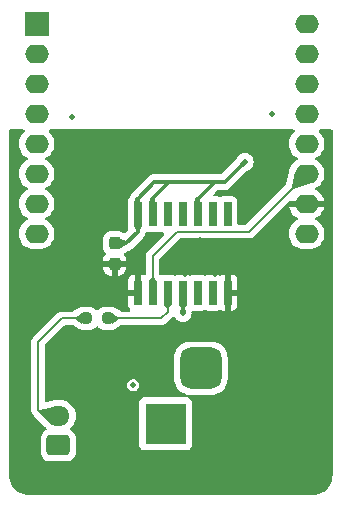
<source format=gbr>
%TF.GenerationSoftware,KiCad,Pcbnew,7.0.11-2.fc38*%
%TF.CreationDate,2024-04-05T10:11:14+02:00*%
%TF.ProjectId,WLED_Board,574c4544-5f42-46f6-9172-642e6b696361,rev?*%
%TF.SameCoordinates,Original*%
%TF.FileFunction,Copper,L1,Top*%
%TF.FilePolarity,Positive*%
%FSLAX46Y46*%
G04 Gerber Fmt 4.6, Leading zero omitted, Abs format (unit mm)*
G04 Created by KiCad (PCBNEW 7.0.11-2.fc38) date 2024-04-05 10:11:14*
%MOMM*%
%LPD*%
G01*
G04 APERTURE LIST*
G04 Aperture macros list*
%AMRoundRect*
0 Rectangle with rounded corners*
0 $1 Rounding radius*
0 $2 $3 $4 $5 $6 $7 $8 $9 X,Y pos of 4 corners*
0 Add a 4 corners polygon primitive as box body*
4,1,4,$2,$3,$4,$5,$6,$7,$8,$9,$2,$3,0*
0 Add four circle primitives for the rounded corners*
1,1,$1+$1,$2,$3*
1,1,$1+$1,$4,$5*
1,1,$1+$1,$6,$7*
1,1,$1+$1,$8,$9*
0 Add four rect primitives between the rounded corners*
20,1,$1+$1,$2,$3,$4,$5,0*
20,1,$1+$1,$4,$5,$6,$7,0*
20,1,$1+$1,$6,$7,$8,$9,0*
20,1,$1+$1,$8,$9,$2,$3,0*%
G04 Aperture macros list end*
%TA.AperFunction,SMDPad,CuDef*%
%ADD10C,0.500000*%
%TD*%
%TA.AperFunction,SMDPad,CuDef*%
%ADD11RoundRect,0.237500X0.237500X-0.300000X0.237500X0.300000X-0.237500X0.300000X-0.237500X-0.300000X0*%
%TD*%
%TA.AperFunction,SMDPad,CuDef*%
%ADD12R,0.660400X2.032000*%
%TD*%
%TA.AperFunction,ComponentPad*%
%ADD13R,2.000000X2.000000*%
%TD*%
%TA.AperFunction,ComponentPad*%
%ADD14O,2.000000X1.600000*%
%TD*%
%TA.AperFunction,ComponentPad*%
%ADD15RoundRect,0.250000X0.725000X-0.600000X0.725000X0.600000X-0.725000X0.600000X-0.725000X-0.600000X0*%
%TD*%
%TA.AperFunction,ComponentPad*%
%ADD16O,1.950000X1.700000*%
%TD*%
%TA.AperFunction,SMDPad,CuDef*%
%ADD17RoundRect,0.237500X0.250000X0.237500X-0.250000X0.237500X-0.250000X-0.237500X0.250000X-0.237500X0*%
%TD*%
%TA.AperFunction,ComponentPad*%
%ADD18R,3.500000X3.500000*%
%TD*%
%TA.AperFunction,ComponentPad*%
%ADD19RoundRect,0.750000X0.750000X1.000000X-0.750000X1.000000X-0.750000X-1.000000X0.750000X-1.000000X0*%
%TD*%
%TA.AperFunction,ComponentPad*%
%ADD20RoundRect,0.875000X0.875000X0.875000X-0.875000X0.875000X-0.875000X-0.875000X0.875000X-0.875000X0*%
%TD*%
%TA.AperFunction,ViaPad*%
%ADD21C,0.500000*%
%TD*%
%TA.AperFunction,ViaPad*%
%ADD22C,0.600000*%
%TD*%
%TA.AperFunction,Conductor*%
%ADD23C,0.340000*%
%TD*%
%TA.AperFunction,Conductor*%
%ADD24C,0.150000*%
%TD*%
G04 APERTURE END LIST*
D10*
%TO.P,FID1,*%
%TO.N,*%
X104049999Y-95900000D03*
%TD*%
D11*
%TO.P,C4,1*%
%TO.N,GND*%
X90749999Y-108612500D03*
%TO.P,C4,2*%
%TO.N,+5V*%
X90749999Y-106887500D03*
%TD*%
D10*
%TO.P,FID2,*%
%TO.N,*%
X87149999Y-96200000D03*
%TD*%
D12*
%TO.P,IC1,1,1OE*%
%TO.N,GND*%
X92689572Y-111064700D03*
%TO.P,IC1,2,1A*%
%TO.N,D1_data*%
X93959572Y-111064700D03*
%TO.P,IC1,3,1Y*%
%TO.N,LED_data*%
X95229572Y-111064700D03*
%TO.P,IC1,4,2OE*%
%TO.N,+5V*%
X96499572Y-111064700D03*
%TO.P,IC1,5,2A*%
%TO.N,unconnected-(IC1-2A-Pad5)*%
X97769572Y-111064700D03*
%TO.P,IC1,6,2Y*%
%TO.N,unconnected-(IC1-2Y-Pad6)*%
X99039572Y-111064700D03*
%TO.P,IC1,7,GND*%
%TO.N,GND*%
X100309572Y-111064700D03*
%TO.P,IC1,8,3Y*%
%TO.N,unconnected-(IC1-3Y-Pad8)*%
X100309572Y-104435300D03*
%TO.P,IC1,9,3A*%
%TO.N,unconnected-(IC1-3A-Pad9)*%
X99039572Y-104435300D03*
%TO.P,IC1,10,3OE*%
%TO.N,+5V*%
X97769572Y-104435300D03*
%TO.P,IC1,11,4Y*%
%TO.N,unconnected-(IC1-4Y-Pad11)*%
X96499572Y-104435300D03*
%TO.P,IC1,12,4A*%
%TO.N,unconnected-(IC1-4A-Pad12)*%
X95229572Y-104435300D03*
%TO.P,IC1,13,4OE*%
%TO.N,+5V*%
X93959572Y-104435300D03*
%TO.P,IC1,14,VCC*%
X92689572Y-104435300D03*
%TD*%
D13*
%TO.P,U2,1,~{RST}*%
%TO.N,unconnected-(U2-~{RST}-Pad1)*%
X84140000Y-88300000D03*
D14*
%TO.P,U2,2,A0*%
%TO.N,unconnected-(U2-A0-Pad2)*%
X84140000Y-90840000D03*
%TO.P,U2,3,D0*%
%TO.N,unconnected-(U2-D0-Pad3)*%
X84140000Y-93380000D03*
%TO.P,U2,4,SCK/D5*%
%TO.N,unconnected-(U2-SCK{slash}D5-Pad4)*%
X84140000Y-95920000D03*
%TO.P,U2,5,MISO/D6*%
%TO.N,unconnected-(U2-MISO{slash}D6-Pad5)*%
X84140000Y-98460000D03*
%TO.P,U2,6,MOSI/D7*%
%TO.N,unconnected-(U2-MOSI{slash}D7-Pad6)*%
X84140000Y-101000000D03*
%TO.P,U2,7,CS/D8*%
%TO.N,D1_Relay*%
X84140000Y-103540000D03*
%TO.P,U2,8,3V3*%
%TO.N,unconnected-(U2-3V3-Pad8)*%
X84140000Y-106080000D03*
%TO.P,U2,9,5V*%
%TO.N,+5V*%
X107000000Y-106080000D03*
%TO.P,U2,10,GND*%
%TO.N,GND*%
X107000000Y-103540000D03*
%TO.P,U2,11,D4*%
%TO.N,D1_data*%
X107000000Y-101000000D03*
%TO.P,U2,12,D3*%
%TO.N,unconnected-(U2-D3-Pad12)*%
X107000000Y-98460000D03*
%TO.P,U2,13,SDA/D2*%
%TO.N,unconnected-(U2-SDA{slash}D2-Pad13)*%
X107000000Y-95920000D03*
%TO.P,U2,14,SCL/D1*%
%TO.N,unconnected-(U2-SCL{slash}D1-Pad14)*%
X107000000Y-93380000D03*
%TO.P,U2,15,RX*%
%TO.N,unconnected-(U2-RX-Pad15)*%
X107000000Y-90840000D03*
%TO.P,U2,16,TX*%
%TO.N,unconnected-(U2-TX-Pad16)*%
X107000000Y-88300000D03*
%TD*%
D15*
%TO.P,J1,1,Pin_1*%
%TO.N,12V_switched*%
X85975000Y-124000000D03*
D16*
%TO.P,J1,2,Pin_2*%
%TO.N,/DATA_OUT*%
X85975000Y-121500000D03*
%TO.P,J1,3,Pin_3*%
%TO.N,GND*%
X85975000Y-119000000D03*
%TD*%
D17*
%TO.P,R3,1*%
%TO.N,LED_data*%
X90162499Y-113250000D03*
%TO.P,R3,2*%
%TO.N,/DATA_OUT*%
X88337499Y-113250000D03*
%TD*%
D18*
%TO.P,J2,1*%
%TO.N,+12V*%
X95049999Y-122157500D03*
D19*
%TO.P,J2,2*%
%TO.N,GND*%
X101049999Y-122157500D03*
D20*
%TO.P,J2,3*%
%TO.N,N/C*%
X98049999Y-117457500D03*
%TD*%
D10*
%TO.P,FID3,*%
%TO.N,*%
X92299999Y-118900000D03*
%TD*%
D21*
%TO.N,GND*%
X98499999Y-125950000D03*
X82099999Y-113150000D03*
X95599999Y-97950000D03*
X108849999Y-111300000D03*
X108649999Y-126800000D03*
X91499999Y-112250000D03*
X89449999Y-97950000D03*
X102249999Y-112000000D03*
X94549999Y-127800000D03*
X108849999Y-112950000D03*
X86499999Y-105250000D03*
X108899999Y-114750000D03*
X104499999Y-114500000D03*
X102049999Y-118850000D03*
X91049999Y-97950000D03*
X82149999Y-118750000D03*
X89999999Y-101000000D03*
X88249999Y-117950000D03*
X84799999Y-127800000D03*
X101049999Y-127900000D03*
X106649999Y-126350000D03*
X82099999Y-102700000D03*
X104649999Y-121850000D03*
D22*
X92199999Y-108900000D03*
X86799999Y-112000000D03*
D21*
X108849999Y-124300000D03*
X94199999Y-97950000D03*
X98249999Y-97950000D03*
X102399999Y-127900000D03*
X82099999Y-109900000D03*
X82249999Y-125250000D03*
X87049999Y-116850000D03*
X108899999Y-103350000D03*
X106599999Y-117950000D03*
X92799999Y-97950000D03*
X104499999Y-126350000D03*
X102099999Y-97950000D03*
X82099999Y-111450000D03*
X108849999Y-107550000D03*
X94999999Y-126000000D03*
X106599999Y-120950000D03*
X88649999Y-121150000D03*
X87799999Y-127800000D03*
X107649999Y-127750000D03*
X108849999Y-120550000D03*
X90649999Y-127800000D03*
X82099999Y-114850000D03*
X103699999Y-127900000D03*
X101749999Y-99000000D03*
X98399999Y-127850000D03*
X95499999Y-113750000D03*
X108849999Y-116400000D03*
X108899999Y-97850000D03*
X87999999Y-102250000D03*
X82399999Y-126850000D03*
X86499999Y-107750000D03*
X106599999Y-109400000D03*
X101499999Y-125750000D03*
X105049999Y-127950000D03*
X82149999Y-101050000D03*
X82149999Y-98100000D03*
X87849999Y-97950000D03*
X89349999Y-127800000D03*
X101899999Y-115050000D03*
X108849999Y-123050000D03*
X100399999Y-107500000D03*
X108849999Y-117700000D03*
X84049999Y-111800000D03*
X85299999Y-110250000D03*
X106599999Y-115050000D03*
X108849999Y-125550000D03*
X82149999Y-104500000D03*
X86299999Y-127800000D03*
X82099999Y-106450000D03*
X84099999Y-108750000D03*
X87999999Y-100000000D03*
X91249999Y-102250000D03*
X99699999Y-127900000D03*
X108899999Y-101700000D03*
X82149999Y-99600000D03*
X91399999Y-125900000D03*
X103249999Y-97950000D03*
X104449999Y-118250000D03*
X108849999Y-109350000D03*
X97999999Y-106600000D03*
X88849999Y-123700000D03*
X83349999Y-127750000D03*
X99549999Y-97950000D03*
X108849999Y-121850000D03*
X92499999Y-100000000D03*
X108849999Y-100100000D03*
X106449999Y-127950000D03*
X86599999Y-97900000D03*
X82099999Y-108200000D03*
X96699999Y-109500000D03*
X87249999Y-109750000D03*
X108899999Y-105550000D03*
X88899999Y-125850000D03*
X91899999Y-127800000D03*
X93249999Y-127800000D03*
X82099999Y-120700000D03*
X98299999Y-122100000D03*
X95849999Y-127800000D03*
D22*
X88750000Y-105800000D03*
D21*
X82149999Y-117050000D03*
X108849999Y-119200000D03*
X104549999Y-119950000D03*
X93249999Y-107000000D03*
X104549999Y-124050000D03*
X99199999Y-109500000D03*
X101999999Y-116900000D03*
X97149999Y-127800000D03*
X82099999Y-122800000D03*
X104399999Y-97950000D03*
X96999999Y-97950000D03*
X106549999Y-112200000D03*
D22*
X100299999Y-112800000D03*
D21*
X97999999Y-108400000D03*
X106699999Y-123750000D03*
X94499999Y-106250000D03*
X100849999Y-97950000D03*
X104499999Y-115500000D03*
X90999999Y-110250000D03*
X89499999Y-104000000D03*
%TO.N,+5V*%
X96499999Y-112800000D03*
X101749999Y-100000000D03*
%TD*%
D23*
%TO.N,GND*%
X91912499Y-108612500D02*
X92199999Y-108900000D01*
X92199999Y-108900000D02*
X92689572Y-109389573D01*
X90749999Y-108612500D02*
X91912499Y-108612500D01*
X100309572Y-112790427D02*
X100299999Y-112800000D01*
X92689572Y-109389573D02*
X92689572Y-111064700D01*
X100309572Y-111064700D02*
X100309572Y-112790427D01*
%TO.N,+5V*%
X99199999Y-101700000D02*
X95349999Y-101700000D01*
X93959572Y-103090427D02*
X95349999Y-101700000D01*
X100049999Y-101700000D02*
X99199999Y-101700000D01*
X91712499Y-106887500D02*
X92689572Y-105910427D01*
X101749999Y-100000000D02*
X100049999Y-101700000D01*
X92689572Y-105910427D02*
X92689572Y-104435300D01*
X96499572Y-112799573D02*
X96499999Y-112800000D01*
X95349999Y-101700000D02*
X94099999Y-101700000D01*
X94099999Y-101700000D02*
X92689572Y-103110427D01*
X97769572Y-104435300D02*
X97769572Y-103130427D01*
X97769572Y-103130427D02*
X99199999Y-101700000D01*
X90749999Y-106887500D02*
X91712499Y-106887500D01*
X92689572Y-103110427D02*
X92689572Y-104435300D01*
X96499572Y-111064700D02*
X96499572Y-112799573D01*
X93959572Y-104435300D02*
X93959572Y-103090427D01*
D24*
%TO.N,/DATA_OUT*%
X88337499Y-113250000D02*
X86249999Y-113250000D01*
X84749999Y-121500000D02*
X85975000Y-121500000D01*
X84249999Y-121000000D02*
X84749999Y-121500000D01*
X86249999Y-113250000D02*
X84249999Y-115250000D01*
X84249999Y-115250000D02*
X84249999Y-121000000D01*
%TO.N,LED_data*%
X90162499Y-113250000D02*
X94699999Y-113250000D01*
X94699999Y-113250000D02*
X95229572Y-112720427D01*
X95229572Y-112720427D02*
X95229572Y-111064700D01*
%TO.N,D1_data*%
X102100000Y-105900000D02*
X95999999Y-105900000D01*
X95999999Y-105900000D02*
X93959572Y-107940427D01*
X93959572Y-107940427D02*
X93959572Y-111064700D01*
X107000000Y-101000000D02*
X102100000Y-105900000D01*
%TD*%
%TA.AperFunction,Conductor*%
%TO.N,+5V*%
G36*
X91153316Y-106417141D02*
G01*
X91693933Y-106714167D01*
X91699534Y-106721154D01*
X91699999Y-106724421D01*
X91699999Y-107050578D01*
X91696572Y-107058851D01*
X91693933Y-107060832D01*
X91153318Y-107357857D01*
X91144417Y-107358838D01*
X91138696Y-107355094D01*
X90755242Y-106894991D01*
X90752578Y-106886441D01*
X90755242Y-106880009D01*
X90893456Y-106714167D01*
X91138697Y-106419904D01*
X91146625Y-106415744D01*
X91153316Y-106417141D01*
G37*
%TD.AperFunction*%
%TD*%
%TA.AperFunction,Conductor*%
%TO.N,+5V*%
G36*
X96509996Y-111096272D02*
G01*
X96510700Y-111097973D01*
X96828316Y-112076218D01*
X96827715Y-112084938D01*
X96672771Y-112404307D01*
X96666076Y-112410255D01*
X96662244Y-112410900D01*
X96336900Y-112410900D01*
X96328627Y-112407473D01*
X96326373Y-112404307D01*
X96171428Y-112084938D01*
X96170827Y-112076218D01*
X96488444Y-111097973D01*
X96494258Y-111091162D01*
X96503185Y-111090458D01*
X96509996Y-111096272D01*
G37*
%TD.AperFunction*%
%TD*%
%TA.AperFunction,Conductor*%
%TO.N,+5V*%
G36*
X97687030Y-102990308D02*
G01*
X97690108Y-102992518D01*
X97918816Y-103221226D01*
X97919181Y-103221608D01*
X98095175Y-103414268D01*
X98098225Y-103422686D01*
X98097663Y-103425779D01*
X97780400Y-104400564D01*
X97774581Y-104407370D01*
X97765653Y-104408069D01*
X97758847Y-104402250D01*
X97758075Y-104400330D01*
X97462719Y-103423732D01*
X97463434Y-103415151D01*
X97671352Y-102995595D01*
X97678096Y-102989705D01*
X97687030Y-102990308D01*
G37*
%TD.AperFunction*%
%TD*%
%TA.AperFunction,Conductor*%
%TO.N,D1_data*%
G36*
X94037101Y-109721927D02*
G01*
X94038085Y-109723045D01*
X94285992Y-110043809D01*
X94288340Y-110052451D01*
X94287863Y-110054577D01*
X93970700Y-111031426D01*
X93964886Y-111038237D01*
X93955959Y-111038941D01*
X93949148Y-111033127D01*
X93948444Y-111031426D01*
X93631280Y-110054577D01*
X93631984Y-110045650D01*
X93633146Y-110043816D01*
X93881059Y-109723044D01*
X93888829Y-109718595D01*
X93890316Y-109718500D01*
X94028828Y-109718500D01*
X94037101Y-109721927D01*
G37*
%TD.AperFunction*%
%TD*%
%TA.AperFunction,Conductor*%
%TO.N,+5V*%
G36*
X101616893Y-99866852D02*
G01*
X101617494Y-99867407D01*
X101750664Y-99999252D01*
X101750746Y-99999334D01*
X101882591Y-100132504D01*
X101885977Y-100140794D01*
X101882509Y-100149050D01*
X101881908Y-100149605D01*
X101595593Y-100395970D01*
X101587087Y-100398768D01*
X101579689Y-100395374D01*
X101354624Y-100170309D01*
X101351197Y-100162036D01*
X101354026Y-100154408D01*
X101600394Y-99868089D01*
X101608387Y-99864054D01*
X101616893Y-99866852D01*
G37*
%TD.AperFunction*%
%TD*%
%TA.AperFunction,Conductor*%
%TO.N,/DATA_OUT*%
G36*
X88003008Y-112801627D02*
G01*
X88333254Y-113242991D01*
X88335467Y-113251668D01*
X88333254Y-113257009D01*
X88003008Y-113698372D01*
X87995308Y-113702944D01*
X87987515Y-113701332D01*
X87982697Y-113698372D01*
X87380574Y-113328425D01*
X87375319Y-113321174D01*
X87374999Y-113318456D01*
X87374999Y-113181543D01*
X87378426Y-113173270D01*
X87380569Y-113171577D01*
X87987517Y-112798666D01*
X87996358Y-112797256D01*
X88003008Y-112801627D01*
G37*
%TD.AperFunction*%
%TD*%
%TA.AperFunction,Conductor*%
%TO.N,+5V*%
G36*
X92592908Y-102984531D02*
G01*
X92596106Y-102986800D01*
X92824767Y-103215461D01*
X92824948Y-103215646D01*
X93014934Y-103414243D01*
X93018177Y-103422590D01*
X93017606Y-103425952D01*
X92700208Y-104401155D01*
X92694389Y-104407961D01*
X92685461Y-104408660D01*
X92678655Y-104402841D01*
X92677916Y-104401029D01*
X92371994Y-103423707D01*
X92372617Y-103415139D01*
X92577291Y-102989997D01*
X92583967Y-102984030D01*
X92592908Y-102984531D01*
G37*
%TD.AperFunction*%
%TD*%
%TA.AperFunction,Conductor*%
%TO.N,+5V*%
G36*
X96667877Y-112303512D02*
G01*
X96671155Y-112309927D01*
X96747826Y-112786496D01*
X96745757Y-112795208D01*
X96738133Y-112799905D01*
X96736322Y-112800054D01*
X96500046Y-112800999D01*
X96499952Y-112800999D01*
X96263653Y-112800054D01*
X96255394Y-112796594D01*
X96252000Y-112788307D01*
X96252145Y-112786515D01*
X96328002Y-112309946D01*
X96332687Y-112302314D01*
X96339557Y-112300085D01*
X96659604Y-112300085D01*
X96667877Y-112303512D01*
G37*
%TD.AperFunction*%
%TD*%
%TA.AperFunction,Conductor*%
%TO.N,GND*%
G36*
X83078490Y-97269685D02*
G01*
X83124245Y-97322489D01*
X83134189Y-97391647D01*
X83105164Y-97455203D01*
X83099132Y-97461681D01*
X82939954Y-97620858D01*
X82809432Y-97807265D01*
X82809431Y-97807267D01*
X82713261Y-98013502D01*
X82713258Y-98013511D01*
X82654366Y-98233302D01*
X82654364Y-98233313D01*
X82634532Y-98459998D01*
X82634532Y-98460001D01*
X82654364Y-98686686D01*
X82654366Y-98686697D01*
X82713258Y-98906488D01*
X82713261Y-98906497D01*
X82809431Y-99112732D01*
X82809432Y-99112734D01*
X82939954Y-99299141D01*
X83100858Y-99460045D01*
X83100861Y-99460047D01*
X83287266Y-99590568D01*
X83345275Y-99617618D01*
X83397714Y-99663791D01*
X83416866Y-99730984D01*
X83396650Y-99797865D01*
X83345275Y-99842382D01*
X83287267Y-99869431D01*
X83287265Y-99869432D01*
X83100858Y-99999954D01*
X82939954Y-100160858D01*
X82809432Y-100347265D01*
X82809431Y-100347267D01*
X82713261Y-100553502D01*
X82713258Y-100553511D01*
X82654366Y-100773302D01*
X82654364Y-100773313D01*
X82634532Y-100999998D01*
X82634532Y-101000001D01*
X82654364Y-101226686D01*
X82654366Y-101226697D01*
X82713258Y-101446488D01*
X82713261Y-101446497D01*
X82809431Y-101652732D01*
X82809432Y-101652734D01*
X82939954Y-101839141D01*
X83100858Y-102000045D01*
X83100861Y-102000047D01*
X83287266Y-102130568D01*
X83344224Y-102157128D01*
X83345275Y-102157618D01*
X83397714Y-102203791D01*
X83416866Y-102270984D01*
X83396650Y-102337865D01*
X83345275Y-102382382D01*
X83287267Y-102409431D01*
X83287265Y-102409432D01*
X83100858Y-102539954D01*
X82939954Y-102700858D01*
X82809432Y-102887265D01*
X82809431Y-102887267D01*
X82713261Y-103093502D01*
X82713258Y-103093511D01*
X82654366Y-103313302D01*
X82654364Y-103313313D01*
X82634532Y-103539998D01*
X82634532Y-103540001D01*
X82654364Y-103766686D01*
X82654366Y-103766697D01*
X82713258Y-103986488D01*
X82713261Y-103986497D01*
X82809431Y-104192732D01*
X82809432Y-104192734D01*
X82939954Y-104379141D01*
X83100858Y-104540045D01*
X83100861Y-104540047D01*
X83287266Y-104670568D01*
X83344681Y-104697341D01*
X83345275Y-104697618D01*
X83397714Y-104743791D01*
X83416866Y-104810984D01*
X83396650Y-104877865D01*
X83345275Y-104922382D01*
X83287267Y-104949431D01*
X83287265Y-104949432D01*
X83100858Y-105079954D01*
X82939954Y-105240858D01*
X82809432Y-105427265D01*
X82809431Y-105427267D01*
X82713261Y-105633502D01*
X82713258Y-105633511D01*
X82654366Y-105853302D01*
X82654364Y-105853313D01*
X82634532Y-106079998D01*
X82634532Y-106080001D01*
X82654364Y-106306686D01*
X82654366Y-106306697D01*
X82713258Y-106526488D01*
X82713261Y-106526497D01*
X82809431Y-106732732D01*
X82809432Y-106732734D01*
X82939954Y-106919141D01*
X83100858Y-107080045D01*
X83100861Y-107080047D01*
X83287266Y-107210568D01*
X83493504Y-107306739D01*
X83713308Y-107365635D01*
X83883214Y-107380499D01*
X83883215Y-107380500D01*
X83883216Y-107380500D01*
X84396785Y-107380500D01*
X84396785Y-107380499D01*
X84566692Y-107365635D01*
X84786496Y-107306739D01*
X84992734Y-107210568D01*
X85179139Y-107080047D01*
X85340047Y-106919139D01*
X85470568Y-106732734D01*
X85566739Y-106526496D01*
X85625635Y-106306692D01*
X85645468Y-106080000D01*
X85625635Y-105853308D01*
X85572900Y-105656496D01*
X85566741Y-105633511D01*
X85566738Y-105633502D01*
X85524998Y-105543991D01*
X85470568Y-105427266D01*
X85340047Y-105240861D01*
X85340045Y-105240858D01*
X85179141Y-105079954D01*
X84992734Y-104949432D01*
X84992728Y-104949429D01*
X84934725Y-104922382D01*
X84882285Y-104876210D01*
X84863133Y-104809017D01*
X84883348Y-104742135D01*
X84934725Y-104697618D01*
X84935319Y-104697341D01*
X84992734Y-104670568D01*
X85179139Y-104540047D01*
X85340047Y-104379139D01*
X85470568Y-104192734D01*
X85566739Y-103986496D01*
X85625635Y-103766692D01*
X85645468Y-103540000D01*
X85625635Y-103313308D01*
X85566739Y-103093504D01*
X85470568Y-102887266D01*
X85340047Y-102700861D01*
X85340045Y-102700858D01*
X85179141Y-102539954D01*
X84992734Y-102409432D01*
X84992728Y-102409429D01*
X84934725Y-102382382D01*
X84882285Y-102336210D01*
X84863133Y-102269017D01*
X84883348Y-102202135D01*
X84934725Y-102157618D01*
X84935776Y-102157128D01*
X84992734Y-102130568D01*
X85179139Y-102000047D01*
X85340047Y-101839139D01*
X85470568Y-101652734D01*
X85566739Y-101446496D01*
X85625635Y-101226692D01*
X85645468Y-101000000D01*
X85644871Y-100993181D01*
X85639801Y-100935230D01*
X85625635Y-100773308D01*
X85566739Y-100553504D01*
X85470568Y-100347266D01*
X85340047Y-100160861D01*
X85340045Y-100160858D01*
X85179141Y-99999954D01*
X84992734Y-99869432D01*
X84992728Y-99869429D01*
X84959370Y-99853874D01*
X84934724Y-99842381D01*
X84882285Y-99796210D01*
X84863133Y-99729017D01*
X84883348Y-99662135D01*
X84934725Y-99617618D01*
X84992734Y-99590568D01*
X85179139Y-99460047D01*
X85340047Y-99299139D01*
X85470568Y-99112734D01*
X85566739Y-98906496D01*
X85625635Y-98686692D01*
X85645468Y-98460000D01*
X85625635Y-98233308D01*
X85566739Y-98013504D01*
X85470568Y-97807266D01*
X85340047Y-97620861D01*
X85340045Y-97620858D01*
X85180868Y-97461681D01*
X85147383Y-97400358D01*
X85152367Y-97330666D01*
X85194239Y-97274733D01*
X85259703Y-97250316D01*
X85268549Y-97250000D01*
X105871451Y-97250000D01*
X105938490Y-97269685D01*
X105984245Y-97322489D01*
X105994189Y-97391647D01*
X105965164Y-97455203D01*
X105959132Y-97461681D01*
X105799954Y-97620858D01*
X105669432Y-97807265D01*
X105669431Y-97807267D01*
X105573261Y-98013502D01*
X105573258Y-98013511D01*
X105514366Y-98233302D01*
X105514364Y-98233313D01*
X105494532Y-98459998D01*
X105494532Y-98460001D01*
X105514364Y-98686686D01*
X105514366Y-98686697D01*
X105573258Y-98906488D01*
X105573261Y-98906497D01*
X105669431Y-99112732D01*
X105669432Y-99112734D01*
X105799954Y-99299141D01*
X105960858Y-99460045D01*
X105960861Y-99460047D01*
X106147266Y-99590568D01*
X106205275Y-99617618D01*
X106257714Y-99663791D01*
X106276866Y-99730984D01*
X106256650Y-99797865D01*
X106205275Y-99842382D01*
X106147267Y-99869431D01*
X106147265Y-99869432D01*
X105960858Y-99999954D01*
X105799954Y-100160858D01*
X105669432Y-100347265D01*
X105669431Y-100347267D01*
X105573261Y-100553502D01*
X105573258Y-100553511D01*
X105514366Y-100773302D01*
X105514364Y-100773312D01*
X105506009Y-100868816D01*
X105503465Y-100885191D01*
X105280243Y-101878680D01*
X105246940Y-101939178D01*
X101897939Y-105288181D01*
X101836616Y-105321666D01*
X101810258Y-105324500D01*
X101264272Y-105324500D01*
X101197233Y-105304815D01*
X101151478Y-105252011D01*
X101140272Y-105200500D01*
X101140271Y-103371429D01*
X101140270Y-103371423D01*
X101140269Y-103371416D01*
X101133863Y-103311817D01*
X101125725Y-103289999D01*
X101083569Y-103176971D01*
X101083565Y-103176964D01*
X100997319Y-103061755D01*
X100997316Y-103061752D01*
X100882107Y-102975506D01*
X100882100Y-102975502D01*
X100747258Y-102925210D01*
X100747257Y-102925209D01*
X100747255Y-102925209D01*
X100687645Y-102918800D01*
X100687635Y-102918800D01*
X99931501Y-102918800D01*
X99931495Y-102918801D01*
X99871888Y-102925208D01*
X99737036Y-102975505D01*
X99733995Y-102977166D01*
X99730609Y-102977902D01*
X99728731Y-102978603D01*
X99728630Y-102978332D01*
X99665722Y-102992016D01*
X99615149Y-102977166D01*
X99612107Y-102975505D01*
X99477254Y-102925208D01*
X99477255Y-102925208D01*
X99417655Y-102918801D01*
X99417653Y-102918800D01*
X99417645Y-102918800D01*
X99417637Y-102918800D01*
X99228790Y-102918800D01*
X99161751Y-102899115D01*
X99115996Y-102846311D01*
X99106052Y-102777153D01*
X99135077Y-102713597D01*
X99141109Y-102707119D01*
X99203778Y-102644451D01*
X99441410Y-102406819D01*
X99502733Y-102373334D01*
X99529091Y-102370500D01*
X100025981Y-102370500D01*
X100033466Y-102370725D01*
X100090780Y-102374193D01*
X100147283Y-102363837D01*
X100154633Y-102362718D01*
X100211639Y-102355798D01*
X100220254Y-102352530D01*
X100241874Y-102346503D01*
X100250940Y-102344842D01*
X100250942Y-102344840D01*
X100250945Y-102344840D01*
X100275696Y-102333699D01*
X100303288Y-102321280D01*
X100310195Y-102318419D01*
X100363885Y-102298059D01*
X100371473Y-102292821D01*
X100391018Y-102281797D01*
X100399421Y-102278016D01*
X100444614Y-102242608D01*
X100450601Y-102238202D01*
X100497889Y-102205563D01*
X100535996Y-102162547D01*
X100541082Y-102157145D01*
X101898561Y-100799666D01*
X101919556Y-100782808D01*
X101925302Y-100779144D01*
X101996375Y-100717986D01*
X102036298Y-100694938D01*
X102077689Y-100680456D01*
X102077692Y-100680453D01*
X102077696Y-100680452D01*
X102220883Y-100590481D01*
X102220884Y-100590480D01*
X102220889Y-100590477D01*
X102340476Y-100470890D01*
X102418155Y-100347266D01*
X102430451Y-100327697D01*
X102430453Y-100327694D01*
X102430453Y-100327692D01*
X102430455Y-100327690D01*
X102486312Y-100168059D01*
X102486312Y-100168058D01*
X102486313Y-100168056D01*
X102505248Y-100000002D01*
X102505248Y-99999997D01*
X102486313Y-99831943D01*
X102450641Y-99730000D01*
X102430455Y-99672310D01*
X102430454Y-99672309D01*
X102430453Y-99672305D01*
X102430451Y-99672302D01*
X102340480Y-99529115D01*
X102340475Y-99529109D01*
X102220889Y-99409523D01*
X102220883Y-99409518D01*
X102077696Y-99319547D01*
X102077693Y-99319545D01*
X101918055Y-99263685D01*
X101750002Y-99244751D01*
X101749996Y-99244751D01*
X101581942Y-99263685D01*
X101422304Y-99319545D01*
X101422301Y-99319547D01*
X101279114Y-99409518D01*
X101279108Y-99409523D01*
X101159522Y-99529109D01*
X101069542Y-99672311D01*
X101055061Y-99713696D01*
X101032014Y-99753617D01*
X100970848Y-99824702D01*
X100950014Y-99850698D01*
X100940938Y-99860829D01*
X99808588Y-100993181D01*
X99747265Y-101026666D01*
X99720907Y-101029500D01*
X99224017Y-101029500D01*
X99216531Y-101029274D01*
X99173418Y-101026666D01*
X99159219Y-101025807D01*
X99159215Y-101025807D01*
X99150148Y-101027469D01*
X99127797Y-101029500D01*
X95374023Y-101029500D01*
X95366536Y-101029274D01*
X95309219Y-101025807D01*
X95309215Y-101025807D01*
X95300148Y-101027469D01*
X95277797Y-101029500D01*
X94124017Y-101029500D01*
X94116531Y-101029274D01*
X94073418Y-101026666D01*
X94059219Y-101025807D01*
X94059213Y-101025807D01*
X94002744Y-101036155D01*
X93995343Y-101037282D01*
X93938359Y-101044202D01*
X93938351Y-101044204D01*
X93929733Y-101047472D01*
X93908127Y-101053495D01*
X93906974Y-101053706D01*
X93899054Y-101055158D01*
X93846718Y-101078713D01*
X93839801Y-101081578D01*
X93786114Y-101101939D01*
X93778514Y-101107185D01*
X93758985Y-101118199D01*
X93750580Y-101121982D01*
X93750577Y-101121984D01*
X93705387Y-101157387D01*
X93699356Y-101161824D01*
X93652110Y-101194435D01*
X93614023Y-101237425D01*
X93608891Y-101242876D01*
X92232448Y-102619319D01*
X92226997Y-102624451D01*
X92184007Y-102662538D01*
X92151396Y-102709784D01*
X92146959Y-102715815D01*
X92111556Y-102761005D01*
X92111554Y-102761008D01*
X92107771Y-102769413D01*
X92096757Y-102788942D01*
X92091511Y-102796542D01*
X92071150Y-102850229D01*
X92068285Y-102857146D01*
X92044730Y-102909483D01*
X92044730Y-102909484D01*
X92043066Y-102918561D01*
X92037046Y-102940154D01*
X92031119Y-102955788D01*
X92030981Y-102955736D01*
X92025746Y-102970292D01*
X91950709Y-103126158D01*
X91938250Y-103146679D01*
X91915575Y-103176969D01*
X91915574Y-103176971D01*
X91865280Y-103311817D01*
X91863309Y-103330156D01*
X91858873Y-103371423D01*
X91858872Y-103371435D01*
X91858872Y-105445285D01*
X91858533Y-105454447D01*
X91856523Y-105481570D01*
X91856523Y-105481578D01*
X91857124Y-105490305D01*
X91857125Y-105490309D01*
X91863460Y-105543991D01*
X91864147Y-105548245D01*
X91865279Y-105558780D01*
X91891110Y-105628034D01*
X91893059Y-105633670D01*
X91900343Y-105656496D01*
X91901971Y-105726347D01*
X91869893Y-105781874D01*
X91643860Y-106007907D01*
X91582537Y-106041392D01*
X91512845Y-106036408D01*
X91496469Y-106028903D01*
X91418525Y-105986079D01*
X91413139Y-105982941D01*
X91301521Y-105914095D01*
X91301516Y-105914093D01*
X91301515Y-105914092D01*
X91137752Y-105859826D01*
X91137750Y-105859825D01*
X91036677Y-105849500D01*
X90463329Y-105849500D01*
X90463311Y-105849501D01*
X90362246Y-105859825D01*
X90198483Y-105914092D01*
X90198480Y-105914093D01*
X90051647Y-106004661D01*
X89929660Y-106126648D01*
X89839092Y-106273481D01*
X89839091Y-106273484D01*
X89784825Y-106437247D01*
X89784825Y-106437248D01*
X89784824Y-106437248D01*
X89774499Y-106538315D01*
X89774499Y-107236669D01*
X89774500Y-107236687D01*
X89784824Y-107337752D01*
X89821108Y-107447249D01*
X89833803Y-107485559D01*
X89839091Y-107501515D01*
X89839092Y-107501518D01*
X89929660Y-107648351D01*
X89943981Y-107662672D01*
X89977466Y-107723995D01*
X89972482Y-107793687D01*
X89943984Y-107838032D01*
X89930051Y-107851965D01*
X89839550Y-107998688D01*
X89839545Y-107998699D01*
X89785318Y-108162347D01*
X89774999Y-108263345D01*
X89774999Y-108362500D01*
X91724998Y-108362500D01*
X91724998Y-108263360D01*
X91724997Y-108263345D01*
X91714679Y-108162347D01*
X91660452Y-107998699D01*
X91660447Y-107998688D01*
X91571030Y-107853722D01*
X91552589Y-107786330D01*
X91573511Y-107719666D01*
X91616857Y-107679948D01*
X91717573Y-107624613D01*
X91844360Y-107554955D01*
X91867158Y-107546059D01*
X91867121Y-107545960D01*
X91874139Y-107543298D01*
X91882754Y-107540030D01*
X91904371Y-107534003D01*
X91913440Y-107532342D01*
X91913444Y-107532340D01*
X91913445Y-107532340D01*
X91938196Y-107521199D01*
X91965788Y-107508780D01*
X91972695Y-107505919D01*
X92026385Y-107485559D01*
X92033973Y-107480321D01*
X92053518Y-107469297D01*
X92061921Y-107465516D01*
X92107114Y-107430108D01*
X92113101Y-107425702D01*
X92160389Y-107393063D01*
X92198496Y-107350047D01*
X92203582Y-107344645D01*
X93146717Y-106401510D01*
X93152119Y-106396424D01*
X93195135Y-106358317D01*
X93227774Y-106311029D01*
X93232180Y-106305042D01*
X93267588Y-106259849D01*
X93271369Y-106251446D01*
X93282393Y-106231899D01*
X93287631Y-106224313D01*
X93307991Y-106170625D01*
X93310849Y-106163727D01*
X93311393Y-106162519D01*
X93334415Y-106111368D01*
X93336077Y-106102296D01*
X93342105Y-106080675D01*
X93342362Y-106079998D01*
X93345370Y-106072067D01*
X93348762Y-106044129D01*
X93376383Y-105979952D01*
X93434316Y-105940895D01*
X93504169Y-105939359D01*
X93515191Y-105942893D01*
X93517012Y-105943572D01*
X93521889Y-105945391D01*
X93581499Y-105951800D01*
X94337644Y-105951799D01*
X94397255Y-105945391D01*
X94532103Y-105895096D01*
X94532106Y-105895093D01*
X94535141Y-105893437D01*
X94538527Y-105892700D01*
X94540413Y-105891997D01*
X94540514Y-105892267D01*
X94603413Y-105878583D01*
X94654003Y-105893437D01*
X94657043Y-105895097D01*
X94686228Y-105905982D01*
X94791889Y-105945391D01*
X94849176Y-105951550D01*
X94913722Y-105978286D01*
X94953571Y-106035677D01*
X94956066Y-106105503D01*
X94923598Y-106162519D01*
X93585049Y-107501068D01*
X93572860Y-107511759D01*
X93549122Y-107529975D01*
X93549121Y-107529976D01*
X93536780Y-107546059D01*
X93524705Y-107561794D01*
X93524704Y-107561793D01*
X93524690Y-107561813D01*
X93458290Y-107648348D01*
X93458288Y-107648351D01*
X93456873Y-107650194D01*
X93398885Y-107790190D01*
X93398885Y-107790191D01*
X93383542Y-107906732D01*
X93383540Y-107906742D01*
X93383541Y-107906743D01*
X93379107Y-107940427D01*
X93383011Y-107970080D01*
X93384072Y-107986266D01*
X93384072Y-109472335D01*
X93364387Y-109539374D01*
X93311583Y-109585129D01*
X93242425Y-109595073D01*
X93216739Y-109588517D01*
X93127151Y-109555103D01*
X93127144Y-109555101D01*
X93067616Y-109548700D01*
X92939572Y-109548700D01*
X92939572Y-111190700D01*
X92919887Y-111257739D01*
X92867083Y-111303494D01*
X92815572Y-111314700D01*
X91859372Y-111314700D01*
X91859372Y-112128544D01*
X91865773Y-112188072D01*
X91865775Y-112188079D01*
X91916017Y-112322786D01*
X91916021Y-112322793D01*
X92002181Y-112437887D01*
X92002184Y-112437890D01*
X92020009Y-112451234D01*
X92061880Y-112507168D01*
X92066864Y-112576859D01*
X92033378Y-112638182D01*
X91972055Y-112671666D01*
X91945698Y-112674500D01*
X91311071Y-112674500D01*
X91246158Y-112656152D01*
X90777115Y-112367970D01*
X90777105Y-112367964D01*
X90750160Y-112352528D01*
X90750155Y-112352526D01*
X90749416Y-112352184D01*
X90736402Y-112345190D01*
X90726521Y-112339095D01*
X90726513Y-112339091D01*
X90671282Y-112320789D01*
X90562752Y-112284826D01*
X90562750Y-112284825D01*
X90461677Y-112274500D01*
X89863329Y-112274500D01*
X89863311Y-112274501D01*
X89762246Y-112284825D01*
X89598483Y-112339092D01*
X89598480Y-112339093D01*
X89451647Y-112429661D01*
X89337680Y-112543629D01*
X89276357Y-112577114D01*
X89206665Y-112572130D01*
X89162318Y-112543629D01*
X89048350Y-112429661D01*
X89048349Y-112429660D01*
X88945226Y-112366053D01*
X88901517Y-112339093D01*
X88901512Y-112339091D01*
X88852328Y-112322793D01*
X88737752Y-112284826D01*
X88737750Y-112284825D01*
X88636677Y-112274500D01*
X88038329Y-112274500D01*
X88038311Y-112274501D01*
X87937245Y-112284826D01*
X87871953Y-112306460D01*
X87859029Y-112309980D01*
X87854960Y-112310855D01*
X87854952Y-112310857D01*
X87847716Y-112313986D01*
X87837518Y-112317871D01*
X87773484Y-112339091D01*
X87773477Y-112339094D01*
X87743177Y-112357783D01*
X87727309Y-112366053D01*
X87722904Y-112367958D01*
X87722891Y-112367964D01*
X87253839Y-112656152D01*
X87188926Y-112674500D01*
X86295839Y-112674500D01*
X86279654Y-112673439D01*
X86250000Y-112669535D01*
X86249999Y-112669535D01*
X86240559Y-112670777D01*
X86216315Y-112673969D01*
X86216314Y-112673968D01*
X86216304Y-112673970D01*
X86099763Y-112689313D01*
X86099762Y-112689313D01*
X85959765Y-112747301D01*
X85871385Y-112815118D01*
X85871365Y-112815132D01*
X85871366Y-112815133D01*
X85839547Y-112839550D01*
X85821331Y-112863288D01*
X85810640Y-112875477D01*
X83875476Y-114810641D01*
X83863287Y-114821332D01*
X83839549Y-114839548D01*
X83815132Y-114871367D01*
X83815131Y-114871366D01*
X83815117Y-114871386D01*
X83747300Y-114959766D01*
X83689312Y-115099763D01*
X83689312Y-115099764D01*
X83673969Y-115216305D01*
X83673967Y-115216315D01*
X83673968Y-115216316D01*
X83669534Y-115250000D01*
X83673438Y-115279653D01*
X83674499Y-115295839D01*
X83674499Y-120954160D01*
X83673438Y-120970345D01*
X83669534Y-120999997D01*
X83673968Y-121033682D01*
X83673987Y-121033835D01*
X83689312Y-121150235D01*
X83713971Y-121209766D01*
X83713971Y-121209767D01*
X83747301Y-121290234D01*
X83818855Y-121383485D01*
X83818866Y-121383499D01*
X83839544Y-121410447D01*
X83839546Y-121410448D01*
X83839548Y-121410451D01*
X83863285Y-121428665D01*
X83875478Y-121439359D01*
X83896804Y-121460685D01*
X83908238Y-121473853D01*
X83924295Y-121495212D01*
X83924297Y-121495214D01*
X84328226Y-121897494D01*
X84339096Y-121909862D01*
X84339547Y-121910450D01*
X84340553Y-121911222D01*
X84352574Y-121921742D01*
X84884727Y-122451724D01*
X84906325Y-122472007D01*
X84912662Y-122476176D01*
X84932192Y-122492088D01*
X84958705Y-122518601D01*
X84992190Y-122579924D01*
X84987206Y-122649616D01*
X84945334Y-122705549D01*
X84936121Y-122711821D01*
X84781342Y-122807289D01*
X84657289Y-122931342D01*
X84565187Y-123080663D01*
X84565186Y-123080666D01*
X84510001Y-123247203D01*
X84510001Y-123247204D01*
X84510000Y-123247204D01*
X84499500Y-123349983D01*
X84499500Y-124650001D01*
X84499501Y-124650018D01*
X84510000Y-124752796D01*
X84510001Y-124752799D01*
X84565185Y-124919331D01*
X84565186Y-124919334D01*
X84657288Y-125068656D01*
X84781344Y-125192712D01*
X84930666Y-125284814D01*
X85097203Y-125339999D01*
X85199991Y-125350500D01*
X86750008Y-125350499D01*
X86852797Y-125339999D01*
X87019334Y-125284814D01*
X87168656Y-125192712D01*
X87292712Y-125068656D01*
X87384814Y-124919334D01*
X87439999Y-124752797D01*
X87450500Y-124650009D01*
X87450499Y-123955370D01*
X92799499Y-123955370D01*
X92799500Y-123955376D01*
X92805907Y-124014983D01*
X92856201Y-124149828D01*
X92856205Y-124149835D01*
X92942451Y-124265044D01*
X92942454Y-124265047D01*
X93057663Y-124351293D01*
X93057670Y-124351297D01*
X93192516Y-124401591D01*
X93192515Y-124401591D01*
X93199443Y-124402335D01*
X93252126Y-124408000D01*
X96847871Y-124407999D01*
X96907482Y-124401591D01*
X97042330Y-124351296D01*
X97157545Y-124265046D01*
X97243795Y-124149831D01*
X97294090Y-124014983D01*
X97300499Y-123955373D01*
X97300498Y-120359628D01*
X97294090Y-120300017D01*
X97292773Y-120296487D01*
X97243796Y-120165171D01*
X97243792Y-120165164D01*
X97157546Y-120049955D01*
X97157543Y-120049952D01*
X97042334Y-119963706D01*
X97042327Y-119963702D01*
X96995060Y-119946073D01*
X96939126Y-119904202D01*
X96914709Y-119838738D01*
X96929561Y-119770465D01*
X96978966Y-119721059D01*
X97044971Y-119706066D01*
X97058052Y-119706761D01*
X97081348Y-119707999D01*
X97081368Y-119707999D01*
X97081377Y-119708000D01*
X97081385Y-119708000D01*
X99018613Y-119708000D01*
X99018621Y-119708000D01*
X99071240Y-119705205D01*
X99301125Y-119660745D01*
X99520189Y-119578074D01*
X99722131Y-119459570D01*
X99901141Y-119308642D01*
X100052069Y-119129632D01*
X100170573Y-118927690D01*
X100253244Y-118708626D01*
X100297704Y-118478741D01*
X100300499Y-118426122D01*
X100300499Y-116488878D01*
X100297704Y-116436259D01*
X100253244Y-116206374D01*
X100170573Y-115987310D01*
X100052069Y-115785368D01*
X100052064Y-115785361D01*
X99901142Y-115606358D01*
X99901140Y-115606356D01*
X99722137Y-115455434D01*
X99722130Y-115455429D01*
X99520188Y-115336925D01*
X99411315Y-115295839D01*
X99301125Y-115254255D01*
X99279124Y-115250000D01*
X99071242Y-115209795D01*
X99018651Y-115207001D01*
X99018628Y-115207000D01*
X99018621Y-115207000D01*
X97081377Y-115207000D01*
X97081369Y-115207000D01*
X97081346Y-115207001D01*
X97028755Y-115209795D01*
X97028754Y-115209795D01*
X96798877Y-115254254D01*
X96798875Y-115254254D01*
X96798873Y-115254255D01*
X96731573Y-115279653D01*
X96579809Y-115336925D01*
X96377867Y-115455429D01*
X96377860Y-115455434D01*
X96198857Y-115606356D01*
X96198855Y-115606358D01*
X96047933Y-115785361D01*
X96047928Y-115785368D01*
X95929424Y-115987310D01*
X95874658Y-116132433D01*
X95846754Y-116206374D01*
X95846753Y-116206376D01*
X95846753Y-116206378D01*
X95802294Y-116436255D01*
X95802294Y-116436256D01*
X95799500Y-116488847D01*
X95799499Y-116488886D01*
X95799499Y-118426113D01*
X95799500Y-118426152D01*
X95802294Y-118478743D01*
X95802294Y-118478744D01*
X95846753Y-118708621D01*
X95846754Y-118708626D01*
X95895325Y-118837332D01*
X95929424Y-118927689D01*
X96047928Y-119129631D01*
X96047933Y-119129638D01*
X96198855Y-119308641D01*
X96198857Y-119308643D01*
X96377860Y-119459565D01*
X96377867Y-119459570D01*
X96579809Y-119578074D01*
X96798873Y-119660745D01*
X96801516Y-119661256D01*
X96802536Y-119661782D01*
X96803949Y-119662183D01*
X96803867Y-119662470D01*
X96863597Y-119693314D01*
X96898492Y-119753846D01*
X96895121Y-119823634D01*
X96854555Y-119880521D01*
X96789673Y-119906446D01*
X96777968Y-119907000D01*
X93252128Y-119907000D01*
X93252122Y-119907001D01*
X93192515Y-119913408D01*
X93057670Y-119963702D01*
X93057663Y-119963706D01*
X92942454Y-120049952D01*
X92942451Y-120049955D01*
X92856205Y-120165164D01*
X92856201Y-120165171D01*
X92805907Y-120300017D01*
X92799500Y-120359616D01*
X92799500Y-120359623D01*
X92799499Y-120359635D01*
X92799499Y-123955370D01*
X87450499Y-123955370D01*
X87450499Y-123349992D01*
X87439999Y-123247203D01*
X87384814Y-123080666D01*
X87292712Y-122931344D01*
X87168656Y-122807288D01*
X87087658Y-122757328D01*
X87013879Y-122711821D01*
X86967155Y-122659873D01*
X86955932Y-122590910D01*
X86983776Y-122526828D01*
X86991295Y-122518601D01*
X87058174Y-122451722D01*
X87138495Y-122371401D01*
X87274035Y-122177830D01*
X87373903Y-121963663D01*
X87435063Y-121735408D01*
X87455659Y-121500000D01*
X87435063Y-121264592D01*
X87373903Y-121036337D01*
X87274035Y-120822171D01*
X87138495Y-120628599D01*
X87138494Y-120628597D01*
X86971402Y-120461505D01*
X86777830Y-120325965D01*
X86777828Y-120325964D01*
X86670746Y-120276031D01*
X86563663Y-120226097D01*
X86563659Y-120226096D01*
X86563655Y-120226094D01*
X86335413Y-120164938D01*
X86335403Y-120164936D01*
X86158967Y-120149500D01*
X86158966Y-120149500D01*
X85791034Y-120149500D01*
X85791033Y-120149500D01*
X85614596Y-120164936D01*
X85614586Y-120164938D01*
X85386336Y-120226097D01*
X85386332Y-120226098D01*
X85384180Y-120227102D01*
X85363972Y-120234465D01*
X84981685Y-120337214D01*
X84911834Y-120335605D01*
X84853941Y-120296487D01*
X84826387Y-120232280D01*
X84825499Y-120217464D01*
X84825499Y-118900000D01*
X91794352Y-118900000D01*
X91814833Y-119042456D01*
X91874621Y-119173371D01*
X91874622Y-119173373D01*
X91968871Y-119282143D01*
X92089946Y-119359953D01*
X92089949Y-119359954D01*
X92089948Y-119359954D01*
X92228035Y-119400499D01*
X92228037Y-119400500D01*
X92228038Y-119400500D01*
X92371961Y-119400500D01*
X92371961Y-119400499D01*
X92510052Y-119359953D01*
X92631127Y-119282143D01*
X92725376Y-119173373D01*
X92785164Y-119042457D01*
X92805646Y-118900000D01*
X92785164Y-118757543D01*
X92725376Y-118626627D01*
X92631127Y-118517857D01*
X92510052Y-118440047D01*
X92510050Y-118440046D01*
X92510048Y-118440045D01*
X92510049Y-118440045D01*
X92371962Y-118399500D01*
X92371960Y-118399500D01*
X92228038Y-118399500D01*
X92228035Y-118399500D01*
X92089948Y-118440045D01*
X91968872Y-118517856D01*
X91874622Y-118626626D01*
X91874621Y-118626628D01*
X91814833Y-118757543D01*
X91794352Y-118900000D01*
X84825499Y-118900000D01*
X84825499Y-115539742D01*
X84845184Y-115472703D01*
X84861818Y-115452061D01*
X86452060Y-113861819D01*
X86513383Y-113828334D01*
X86539741Y-113825500D01*
X87188927Y-113825500D01*
X87253840Y-113843848D01*
X87722890Y-114132034D01*
X87749803Y-114147452D01*
X87749812Y-114147455D01*
X87750552Y-114147798D01*
X87763581Y-114154800D01*
X87773479Y-114160906D01*
X87773480Y-114160906D01*
X87773483Y-114160908D01*
X87937246Y-114215174D01*
X88038322Y-114225500D01*
X88636675Y-114225499D01*
X88636683Y-114225498D01*
X88636686Y-114225498D01*
X88692029Y-114219844D01*
X88737752Y-114215174D01*
X88901515Y-114160908D01*
X89048349Y-114070340D01*
X89162318Y-113956371D01*
X89223641Y-113922886D01*
X89293333Y-113927870D01*
X89337680Y-113956371D01*
X89451649Y-114070340D01*
X89598483Y-114160908D01*
X89762246Y-114215174D01*
X89863322Y-114225500D01*
X90461675Y-114225499D01*
X90461683Y-114225498D01*
X90461686Y-114225498D01*
X90485164Y-114223099D01*
X90562752Y-114215174D01*
X90628044Y-114193538D01*
X90640989Y-114190013D01*
X90641773Y-114189844D01*
X90645045Y-114189141D01*
X90652265Y-114186018D01*
X90662472Y-114182129D01*
X90726515Y-114160908D01*
X90756820Y-114142214D01*
X90772708Y-114133936D01*
X90773421Y-114133627D01*
X90777107Y-114132034D01*
X91246158Y-113843848D01*
X91311071Y-113825500D01*
X94654159Y-113825500D01*
X94670344Y-113826561D01*
X94699998Y-113830465D01*
X94699999Y-113830465D01*
X94737713Y-113825500D01*
X94737719Y-113825500D01*
X94850235Y-113810687D01*
X94990232Y-113752698D01*
X95028325Y-113723468D01*
X95080267Y-113683612D01*
X95080267Y-113683611D01*
X95088360Y-113677402D01*
X95088363Y-113677398D01*
X95110450Y-113660451D01*
X95128669Y-113636706D01*
X95139350Y-113624527D01*
X95604099Y-113159778D01*
X95616278Y-113149097D01*
X95640023Y-113130878D01*
X95640026Y-113130873D01*
X95641545Y-113129356D01*
X95643145Y-113128482D01*
X95646474Y-113125928D01*
X95646872Y-113126446D01*
X95702866Y-113095867D01*
X95772558Y-113100846D01*
X95828494Y-113142714D01*
X95834225Y-113151058D01*
X95909520Y-113270887D01*
X95909522Y-113270890D01*
X96029108Y-113390476D01*
X96029114Y-113390481D01*
X96172301Y-113480452D01*
X96172304Y-113480454D01*
X96172308Y-113480455D01*
X96172309Y-113480456D01*
X96244912Y-113505860D01*
X96331942Y-113536314D01*
X96499996Y-113555249D01*
X96499999Y-113555249D01*
X96500002Y-113555249D01*
X96668055Y-113536314D01*
X96668058Y-113536313D01*
X96827689Y-113480456D01*
X96827691Y-113480454D01*
X96827693Y-113480454D01*
X96827696Y-113480452D01*
X96970883Y-113390481D01*
X96970884Y-113390480D01*
X96970889Y-113390477D01*
X97090476Y-113270890D01*
X97178454Y-113130875D01*
X97180451Y-113127697D01*
X97180453Y-113127694D01*
X97180453Y-113127692D01*
X97180455Y-113127690D01*
X97236312Y-112968059D01*
X97236312Y-112968058D01*
X97236313Y-112968056D01*
X97255248Y-112800002D01*
X97255248Y-112799998D01*
X97247960Y-112735321D01*
X97247197Y-112723512D01*
X97246908Y-112706203D01*
X97246907Y-112706197D01*
X97246900Y-112705773D01*
X97265460Y-112638413D01*
X97317491Y-112591781D01*
X97384140Y-112580408D01*
X97391499Y-112581200D01*
X98147644Y-112581199D01*
X98207255Y-112574791D01*
X98342103Y-112524496D01*
X98342106Y-112524493D01*
X98345141Y-112522837D01*
X98348527Y-112522100D01*
X98350413Y-112521397D01*
X98350514Y-112521667D01*
X98413413Y-112507983D01*
X98464003Y-112522837D01*
X98467043Y-112524497D01*
X98511990Y-112541261D01*
X98601889Y-112574791D01*
X98661499Y-112581200D01*
X99417644Y-112581199D01*
X99477255Y-112574791D01*
X99612103Y-112524496D01*
X99612110Y-112524490D01*
X99615669Y-112522548D01*
X99619639Y-112521684D01*
X99620412Y-112521396D01*
X99620453Y-112521507D01*
X99683941Y-112507695D01*
X99734530Y-112522550D01*
X99737283Y-112524053D01*
X99871992Y-112574296D01*
X99871999Y-112574298D01*
X99931527Y-112580699D01*
X99931544Y-112580700D01*
X100059572Y-112580700D01*
X100059572Y-111314700D01*
X100559572Y-111314700D01*
X100559572Y-112580700D01*
X100687600Y-112580700D01*
X100687616Y-112580699D01*
X100747144Y-112574298D01*
X100747151Y-112574296D01*
X100881858Y-112524054D01*
X100881865Y-112524050D01*
X100996959Y-112437890D01*
X100996962Y-112437887D01*
X101083122Y-112322793D01*
X101083126Y-112322786D01*
X101133368Y-112188079D01*
X101133370Y-112188072D01*
X101139771Y-112128544D01*
X101139772Y-112128527D01*
X101139772Y-111314700D01*
X100559572Y-111314700D01*
X100059572Y-111314700D01*
X100059572Y-109548700D01*
X100559572Y-109548700D01*
X100559572Y-110814700D01*
X101139772Y-110814700D01*
X101139772Y-110000872D01*
X101139771Y-110000855D01*
X101133370Y-109941327D01*
X101133368Y-109941320D01*
X101083126Y-109806613D01*
X101083122Y-109806606D01*
X100996962Y-109691512D01*
X100996959Y-109691509D01*
X100881865Y-109605349D01*
X100881858Y-109605345D01*
X100747151Y-109555103D01*
X100747144Y-109555101D01*
X100687616Y-109548700D01*
X100559572Y-109548700D01*
X100059572Y-109548700D01*
X99931527Y-109548700D01*
X99871999Y-109555101D01*
X99871992Y-109555103D01*
X99737282Y-109605346D01*
X99734522Y-109606854D01*
X99731449Y-109607522D01*
X99728973Y-109608446D01*
X99728840Y-109608089D01*
X99666249Y-109621704D01*
X99615669Y-109606851D01*
X99612102Y-109604903D01*
X99477258Y-109554610D01*
X99477257Y-109554609D01*
X99477255Y-109554609D01*
X99417645Y-109548200D01*
X99417635Y-109548200D01*
X98661501Y-109548200D01*
X98661495Y-109548201D01*
X98601888Y-109554608D01*
X98467036Y-109604905D01*
X98463995Y-109606566D01*
X98460609Y-109607302D01*
X98458731Y-109608003D01*
X98458630Y-109607732D01*
X98395722Y-109621416D01*
X98345149Y-109606566D01*
X98342107Y-109604905D01*
X98207258Y-109554610D01*
X98207257Y-109554609D01*
X98207255Y-109554609D01*
X98147645Y-109548200D01*
X98147635Y-109548200D01*
X97391501Y-109548200D01*
X97391495Y-109548201D01*
X97331888Y-109554608D01*
X97197036Y-109604905D01*
X97193995Y-109606566D01*
X97190609Y-109607302D01*
X97188731Y-109608003D01*
X97188630Y-109607732D01*
X97125722Y-109621416D01*
X97075149Y-109606566D01*
X97072107Y-109604905D01*
X96937258Y-109554610D01*
X96937257Y-109554609D01*
X96937255Y-109554609D01*
X96877645Y-109548200D01*
X96877635Y-109548200D01*
X96121501Y-109548200D01*
X96121495Y-109548201D01*
X96061888Y-109554608D01*
X95927036Y-109604905D01*
X95923995Y-109606566D01*
X95920609Y-109607302D01*
X95918731Y-109608003D01*
X95918630Y-109607732D01*
X95855722Y-109621416D01*
X95805149Y-109606566D01*
X95802107Y-109604905D01*
X95667258Y-109554610D01*
X95667257Y-109554609D01*
X95667255Y-109554609D01*
X95607645Y-109548200D01*
X95607635Y-109548200D01*
X94851501Y-109548200D01*
X94851495Y-109548201D01*
X94791888Y-109554608D01*
X94702405Y-109587984D01*
X94632713Y-109592968D01*
X94571390Y-109559483D01*
X94537906Y-109498159D01*
X94535072Y-109471802D01*
X94535072Y-108230169D01*
X94554757Y-108163130D01*
X94571391Y-108142488D01*
X96202060Y-106511819D01*
X96263383Y-106478334D01*
X96289741Y-106475500D01*
X102054160Y-106475500D01*
X102070345Y-106476561D01*
X102099999Y-106480465D01*
X102100000Y-106480465D01*
X102137714Y-106475500D01*
X102137720Y-106475500D01*
X102250236Y-106460687D01*
X102390233Y-106402698D01*
X102417289Y-106381937D01*
X102488360Y-106327403D01*
X102488364Y-106327398D01*
X102510451Y-106310451D01*
X102528670Y-106286706D01*
X102539351Y-106274527D01*
X105487560Y-103326319D01*
X105548883Y-103292834D01*
X105575241Y-103290000D01*
X106566314Y-103290000D01*
X106540507Y-103330156D01*
X106500000Y-103468111D01*
X106500000Y-103611889D01*
X106540507Y-103749844D01*
X106566314Y-103790000D01*
X105521128Y-103790000D01*
X105573730Y-103986317D01*
X105573734Y-103986326D01*
X105669865Y-104192482D01*
X105800342Y-104378820D01*
X105961179Y-104539657D01*
X106147518Y-104670134D01*
X106147520Y-104670135D01*
X106205865Y-104697342D01*
X106258305Y-104743514D01*
X106277457Y-104810707D01*
X106257242Y-104877589D01*
X106205867Y-104922105D01*
X106147268Y-104949431D01*
X106147264Y-104949433D01*
X105960858Y-105079954D01*
X105799954Y-105240858D01*
X105669432Y-105427265D01*
X105669431Y-105427267D01*
X105573261Y-105633502D01*
X105573258Y-105633511D01*
X105514366Y-105853302D01*
X105514364Y-105853313D01*
X105494532Y-106079998D01*
X105494532Y-106080001D01*
X105514364Y-106306686D01*
X105514366Y-106306697D01*
X105573258Y-106526488D01*
X105573261Y-106526497D01*
X105669431Y-106732732D01*
X105669432Y-106732734D01*
X105799954Y-106919141D01*
X105960858Y-107080045D01*
X105960861Y-107080047D01*
X106147266Y-107210568D01*
X106353504Y-107306739D01*
X106573308Y-107365635D01*
X106743214Y-107380499D01*
X106743215Y-107380500D01*
X106743216Y-107380500D01*
X107256785Y-107380500D01*
X107256785Y-107380499D01*
X107426692Y-107365635D01*
X107646496Y-107306739D01*
X107852734Y-107210568D01*
X108039139Y-107080047D01*
X108200047Y-106919139D01*
X108330568Y-106732734D01*
X108426739Y-106526496D01*
X108485635Y-106306692D01*
X108505468Y-106080000D01*
X108485635Y-105853308D01*
X108432900Y-105656496D01*
X108426741Y-105633511D01*
X108426738Y-105633502D01*
X108384998Y-105543991D01*
X108330568Y-105427266D01*
X108200047Y-105240861D01*
X108200045Y-105240858D01*
X108039141Y-105079954D01*
X107852734Y-104949432D01*
X107852732Y-104949431D01*
X107794725Y-104922382D01*
X107794132Y-104922105D01*
X107741694Y-104875934D01*
X107722542Y-104808740D01*
X107742758Y-104741859D01*
X107794134Y-104697341D01*
X107852484Y-104670132D01*
X108038820Y-104539657D01*
X108199657Y-104378820D01*
X108330134Y-104192482D01*
X108426265Y-103986326D01*
X108426269Y-103986317D01*
X108478872Y-103790000D01*
X107433686Y-103790000D01*
X107459493Y-103749844D01*
X107500000Y-103611889D01*
X107500000Y-103468111D01*
X107459493Y-103330156D01*
X107433686Y-103290000D01*
X108478872Y-103290000D01*
X108478872Y-103289999D01*
X108426269Y-103093682D01*
X108426265Y-103093673D01*
X108330134Y-102887517D01*
X108199657Y-102701179D01*
X108038820Y-102540342D01*
X107852482Y-102409865D01*
X107794133Y-102382657D01*
X107741694Y-102336484D01*
X107722542Y-102269291D01*
X107742758Y-102202410D01*
X107794129Y-102157895D01*
X107852734Y-102130568D01*
X108039139Y-102000047D01*
X108200047Y-101839139D01*
X108330568Y-101652734D01*
X108426739Y-101446496D01*
X108485635Y-101226692D01*
X108505468Y-101000000D01*
X108504871Y-100993181D01*
X108499801Y-100935230D01*
X108485635Y-100773308D01*
X108426739Y-100553504D01*
X108330568Y-100347266D01*
X108200047Y-100160861D01*
X108200045Y-100160858D01*
X108039141Y-99999954D01*
X107852734Y-99869432D01*
X107852728Y-99869429D01*
X107819370Y-99853874D01*
X107794724Y-99842381D01*
X107742285Y-99796210D01*
X107723133Y-99729017D01*
X107743348Y-99662135D01*
X107794725Y-99617618D01*
X107852734Y-99590568D01*
X108039139Y-99460047D01*
X108200047Y-99299139D01*
X108330568Y-99112734D01*
X108426739Y-98906496D01*
X108485635Y-98686692D01*
X108505468Y-98460000D01*
X108485635Y-98233308D01*
X108426739Y-98013504D01*
X108330568Y-97807266D01*
X108200047Y-97620861D01*
X108200045Y-97620858D01*
X108040868Y-97461681D01*
X108007383Y-97400358D01*
X108012367Y-97330666D01*
X108054239Y-97274733D01*
X108119703Y-97250316D01*
X108128549Y-97250000D01*
X109075500Y-97250000D01*
X109142539Y-97269685D01*
X109188294Y-97322489D01*
X109199500Y-97374000D01*
X109199500Y-126495572D01*
X109199184Y-126504418D01*
X109182834Y-126733017D01*
X109180316Y-126750529D01*
X109132543Y-126970137D01*
X109127559Y-126987112D01*
X109049019Y-127197688D01*
X109041669Y-127213782D01*
X108933959Y-127411036D01*
X108924394Y-127425919D01*
X108789710Y-127605836D01*
X108778124Y-127619207D01*
X108619207Y-127778124D01*
X108605836Y-127789710D01*
X108425919Y-127924394D01*
X108411036Y-127933959D01*
X108213782Y-128041669D01*
X108197688Y-128049019D01*
X107987112Y-128127559D01*
X107970137Y-128132543D01*
X107750529Y-128180316D01*
X107733017Y-128182834D01*
X107504418Y-128199184D01*
X107495572Y-128199500D01*
X83504428Y-128199500D01*
X83495582Y-128199184D01*
X83266982Y-128182834D01*
X83249470Y-128180316D01*
X83029862Y-128132543D01*
X83012887Y-128127559D01*
X82802311Y-128049019D01*
X82786217Y-128041669D01*
X82588963Y-127933959D01*
X82574080Y-127924394D01*
X82394163Y-127789710D01*
X82380792Y-127778124D01*
X82221875Y-127619207D01*
X82210289Y-127605836D01*
X82075605Y-127425919D01*
X82066040Y-127411036D01*
X81958330Y-127213782D01*
X81950983Y-127197694D01*
X81872437Y-126987103D01*
X81867458Y-126970144D01*
X81819683Y-126750529D01*
X81817165Y-126733017D01*
X81800816Y-126504418D01*
X81800500Y-126495572D01*
X81800500Y-110814700D01*
X91859372Y-110814700D01*
X92439572Y-110814700D01*
X92439572Y-109548700D01*
X92311527Y-109548700D01*
X92251999Y-109555101D01*
X92251992Y-109555103D01*
X92117285Y-109605345D01*
X92117278Y-109605349D01*
X92002184Y-109691509D01*
X92002181Y-109691512D01*
X91916021Y-109806606D01*
X91916017Y-109806613D01*
X91865775Y-109941320D01*
X91865773Y-109941327D01*
X91859372Y-110000855D01*
X91859372Y-110814700D01*
X81800500Y-110814700D01*
X81800500Y-108862500D01*
X89775000Y-108862500D01*
X89775000Y-108961654D01*
X89785318Y-109062652D01*
X89839545Y-109226300D01*
X89839550Y-109226311D01*
X89930051Y-109373034D01*
X89930054Y-109373038D01*
X90051960Y-109494944D01*
X90051964Y-109494947D01*
X90198687Y-109585448D01*
X90198698Y-109585453D01*
X90362346Y-109639680D01*
X90463351Y-109649999D01*
X90499999Y-109649999D01*
X90499999Y-108862500D01*
X90999999Y-108862500D01*
X90999999Y-109649999D01*
X91036639Y-109649999D01*
X91036653Y-109649998D01*
X91137651Y-109639680D01*
X91301299Y-109585453D01*
X91301310Y-109585448D01*
X91448033Y-109494947D01*
X91448037Y-109494944D01*
X91569943Y-109373038D01*
X91569946Y-109373034D01*
X91660447Y-109226311D01*
X91660452Y-109226300D01*
X91714679Y-109062652D01*
X91724998Y-108961654D01*
X91724999Y-108961641D01*
X91724999Y-108862500D01*
X90999999Y-108862500D01*
X90499999Y-108862500D01*
X89775000Y-108862500D01*
X81800500Y-108862500D01*
X81800500Y-97374000D01*
X81820185Y-97306961D01*
X81872989Y-97261206D01*
X81924500Y-97250000D01*
X83011451Y-97250000D01*
X83078490Y-97269685D01*
G37*
%TD.AperFunction*%
%TD*%
%TA.AperFunction,Conductor*%
%TO.N,+5V*%
G36*
X93848787Y-102978757D02*
G01*
X93852105Y-102981083D01*
X94080718Y-103209696D01*
X94284713Y-103414228D01*
X94288129Y-103422504D01*
X94287555Y-103426110D01*
X93970023Y-104401721D01*
X93964204Y-104408527D01*
X93955276Y-104409226D01*
X93948470Y-104403407D01*
X93947767Y-104401707D01*
X93631325Y-103423682D01*
X93631858Y-103415126D01*
X93833234Y-102984399D01*
X93839841Y-102978358D01*
X93848787Y-102978757D01*
G37*
%TD.AperFunction*%
%TD*%
%TA.AperFunction,Conductor*%
%TO.N,+5V*%
G36*
X92699996Y-104466872D02*
G01*
X92700700Y-104468573D01*
X93018316Y-105446818D01*
X93017715Y-105455538D01*
X92862771Y-105774907D01*
X92856076Y-105780855D01*
X92852244Y-105781500D01*
X92526900Y-105781500D01*
X92518627Y-105778073D01*
X92516373Y-105774907D01*
X92361428Y-105455538D01*
X92360827Y-105446818D01*
X92678444Y-104468573D01*
X92684258Y-104461762D01*
X92693185Y-104461058D01*
X92699996Y-104466872D01*
G37*
%TD.AperFunction*%
%TD*%
%TA.AperFunction,Conductor*%
%TO.N,LED_data*%
G36*
X95239996Y-111096272D02*
G01*
X95240700Y-111097973D01*
X95557863Y-112074822D01*
X95557159Y-112083749D01*
X95555992Y-112085590D01*
X95308085Y-112406355D01*
X95300315Y-112410805D01*
X95298828Y-112410900D01*
X95160316Y-112410900D01*
X95152043Y-112407473D01*
X95151059Y-112406355D01*
X94903151Y-112085590D01*
X94900803Y-112076948D01*
X94901280Y-112074822D01*
X95218444Y-111097973D01*
X95224258Y-111091162D01*
X95233185Y-111090458D01*
X95239996Y-111096272D01*
G37*
%TD.AperFunction*%
%TD*%
%TA.AperFunction,Conductor*%
%TO.N,/DATA_OUT*%
G36*
X85524896Y-120718202D02*
G01*
X85529202Y-120722516D01*
X85970796Y-121492148D01*
X85971941Y-121501030D01*
X85968099Y-121506991D01*
X85257144Y-122094279D01*
X85248584Y-122096906D01*
X85241437Y-122093549D01*
X84652474Y-121506991D01*
X84281008Y-121137041D01*
X84277565Y-121128777D01*
X84280974Y-121120498D01*
X84376557Y-121024915D01*
X84381788Y-121021892D01*
X85516019Y-120717040D01*
X85524896Y-120718202D01*
G37*
%TD.AperFunction*%
%TD*%
%TA.AperFunction,Conductor*%
%TO.N,D1_data*%
G36*
X106994687Y-100998277D02*
G01*
X107002274Y-101003032D01*
X107003317Y-101004812D01*
X107358313Y-101755377D01*
X107358752Y-101764321D01*
X107352738Y-101770956D01*
X107351368Y-101771501D01*
X105848380Y-102262282D01*
X105839452Y-102261593D01*
X105836475Y-102259433D01*
X105740041Y-102162999D01*
X105736614Y-102154726D01*
X105736897Y-102152171D01*
X106030189Y-100846821D01*
X106035345Y-100839503D01*
X106043547Y-100837852D01*
X106994687Y-100998277D01*
G37*
%TD.AperFunction*%
%TD*%
%TA.AperFunction,Conductor*%
%TO.N,LED_data*%
G36*
X90512480Y-112798666D02*
G01*
X91119424Y-113171575D01*
X91124679Y-113178825D01*
X91124999Y-113181543D01*
X91124999Y-113318456D01*
X91121572Y-113326729D01*
X91119424Y-113328425D01*
X90512482Y-113701332D01*
X90503639Y-113702743D01*
X90496989Y-113698372D01*
X90166742Y-113257008D01*
X90164530Y-113248332D01*
X90166743Y-113242991D01*
X90217617Y-113175000D01*
X90496990Y-112801625D01*
X90504689Y-112797055D01*
X90512480Y-112798666D01*
G37*
%TD.AperFunction*%
%TD*%
M02*

</source>
